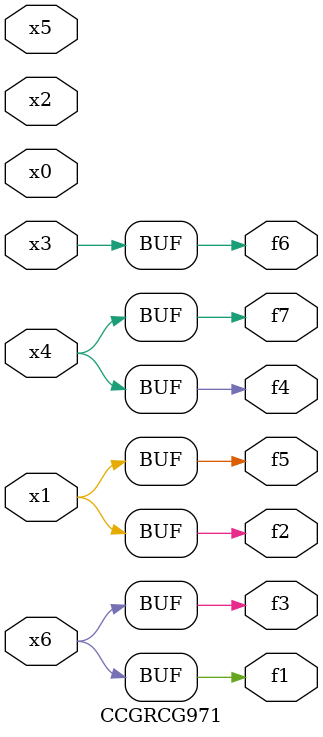
<source format=v>
module CCGRCG971(
	input x0, x1, x2, x3, x4, x5, x6,
	output f1, f2, f3, f4, f5, f6, f7
);
	assign f1 = x6;
	assign f2 = x1;
	assign f3 = x6;
	assign f4 = x4;
	assign f5 = x1;
	assign f6 = x3;
	assign f7 = x4;
endmodule

</source>
